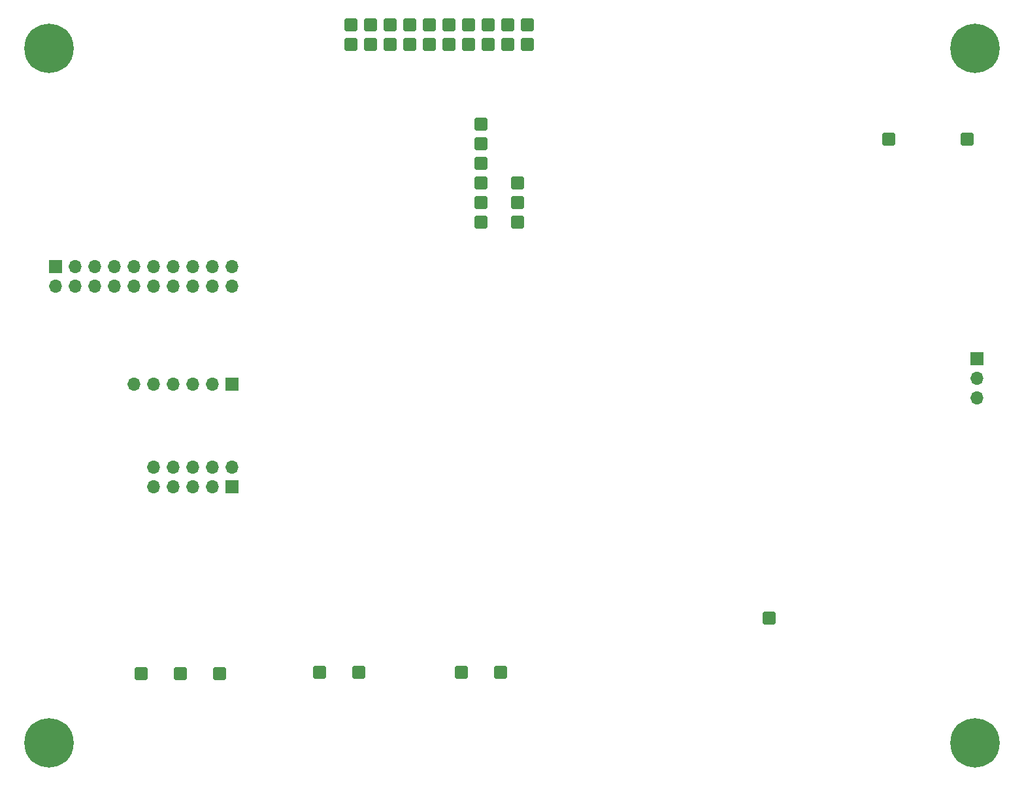
<source format=gts>
G04 #@! TF.GenerationSoftware,KiCad,Pcbnew,7.0.7-7.0.7~ubuntu22.04.1*
G04 #@! TF.CreationDate,2023-09-16T20:12:51-03:00*
G04 #@! TF.ProjectId,EQfixture,45516669-7874-4757-9265-2e6b69636164,rev?*
G04 #@! TF.SameCoordinates,Original*
G04 #@! TF.FileFunction,Soldermask,Top*
G04 #@! TF.FilePolarity,Negative*
%FSLAX46Y46*%
G04 Gerber Fmt 4.6, Leading zero omitted, Abs format (unit mm)*
G04 Created by KiCad (PCBNEW 7.0.7-7.0.7~ubuntu22.04.1) date 2023-09-16 20:12:51*
%MOMM*%
%LPD*%
G01*
G04 APERTURE LIST*
G04 Aperture macros list*
%AMRoundRect*
0 Rectangle with rounded corners*
0 $1 Rounding radius*
0 $2 $3 $4 $5 $6 $7 $8 $9 X,Y pos of 4 corners*
0 Add a 4 corners polygon primitive as box body*
4,1,4,$2,$3,$4,$5,$6,$7,$8,$9,$2,$3,0*
0 Add four circle primitives for the rounded corners*
1,1,$1+$1,$2,$3*
1,1,$1+$1,$4,$5*
1,1,$1+$1,$6,$7*
1,1,$1+$1,$8,$9*
0 Add four rect primitives between the rounded corners*
20,1,$1+$1,$2,$3,$4,$5,0*
20,1,$1+$1,$4,$5,$6,$7,0*
20,1,$1+$1,$6,$7,$8,$9,0*
20,1,$1+$1,$8,$9,$2,$3,0*%
G04 Aperture macros list end*
%ADD10C,6.400000*%
%ADD11RoundRect,0.278871X-0.571129X-0.571129X0.571129X-0.571129X0.571129X0.571129X-0.571129X0.571129X0*%
%ADD12R,1.700000X1.700000*%
%ADD13O,1.700000X1.700000*%
G04 APERTURE END LIST*
D10*
X209535000Y-133785000D03*
X209535000Y-43785000D03*
X89535000Y-43785000D03*
X89535000Y-133785000D03*
D11*
X148984000Y-40788000D03*
X136284000Y-40788000D03*
X145481340Y-56175320D03*
X136284000Y-43328000D03*
X150210000Y-61230000D03*
X106566000Y-124862000D03*
X145481340Y-61255320D03*
X131204000Y-43328000D03*
X138824000Y-40788000D03*
X145481340Y-66335320D03*
X129630000Y-124710000D03*
X145481340Y-58715320D03*
X141364000Y-43328000D03*
X198290000Y-55590000D03*
X182810000Y-117640000D03*
X150210000Y-66310000D03*
X128664000Y-40788000D03*
X128664000Y-43328000D03*
X151524000Y-40788000D03*
X146444000Y-40788000D03*
X143904000Y-43328000D03*
X145481340Y-63795320D03*
X133744000Y-43328000D03*
X142956000Y-124710000D03*
X138824000Y-43328000D03*
X145481340Y-53635320D03*
X151524000Y-43328000D03*
X131204000Y-40788000D03*
X143904000Y-40788000D03*
X111646000Y-124862000D03*
X124550000Y-124710000D03*
X101486000Y-124862000D03*
X146444000Y-43328000D03*
X150210000Y-63770000D03*
X141364000Y-40788000D03*
X148984000Y-43328000D03*
X208450000Y-55590000D03*
X148036000Y-124710000D03*
X133744000Y-40788000D03*
D12*
X113195000Y-100670000D03*
D13*
X113195000Y-98130000D03*
X110655000Y-100670000D03*
X110655000Y-98130000D03*
X108115000Y-100670000D03*
X108115000Y-98130000D03*
X105575000Y-100670000D03*
X105575000Y-98130000D03*
X103035000Y-100670000D03*
X103035000Y-98130000D03*
D12*
X209715000Y-84070000D03*
D13*
X209715000Y-86610000D03*
X209715000Y-89150000D03*
D12*
X90335000Y-72095000D03*
D13*
X90335000Y-74635000D03*
X92875000Y-72095000D03*
X92875000Y-74635000D03*
X95415000Y-72095000D03*
X95415000Y-74635000D03*
X97955000Y-72095000D03*
X97955000Y-74635000D03*
X100495000Y-72095000D03*
X100495000Y-74635000D03*
X103035000Y-72095000D03*
X103035000Y-74635000D03*
X105575000Y-72095000D03*
X105575000Y-74635000D03*
X108115000Y-72095000D03*
X108115000Y-74635000D03*
X110655000Y-72095000D03*
X110655000Y-74635000D03*
X113195000Y-72095000D03*
X113195000Y-74635000D03*
D12*
X113195000Y-87335000D03*
D13*
X110655000Y-87335000D03*
X108115000Y-87335000D03*
X105575000Y-87335000D03*
X103035000Y-87335000D03*
X100495000Y-87335000D03*
M02*

</source>
